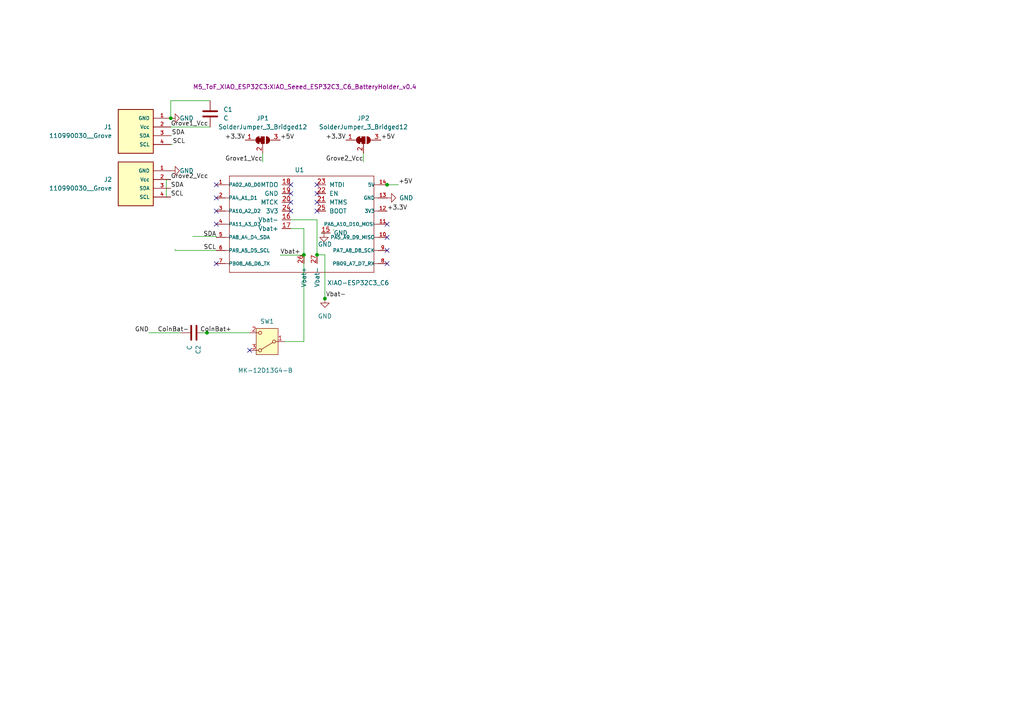
<source format=kicad_sch>
(kicad_sch (version 20231120) (generator "eeschema") (generator_version "8.0")
  (paper "A4")
  (title_block (title "XIAO-Coin") (date "2025-05-27") (rev "v0.4") (company "radio yawaraka"))
  (lib_symbols
    (symbol "110990030:110990030__Grove" (pin_names (offset 1.016))
      (property "Reference" "J" (at -5.08 5.842 0))
      (property "Value" "110990030__Grove" (at -5.08 -8.382 0))
      (symbol "110990030__Grove_0_0"
        (rectangle (start -5.08 -7.62) (end 5.08 5.08) (stroke (width 0.254)) (fill (type background)))
      )
      (symbol "110990030__Grove_1_0"
        (pin passive line (at -10.16 2.54 0) (length 5.08) (name "GND") (number "1"))
        (pin passive line (at -10.16 0 0) (length 5.08) (name "Vcc") (number "2"))
        (pin passive line (at -10.16 -2.54 0) (length 5.08) (name "SDA") (number "3"))
        (pin passive line (at -10.16 -5.08 0) (length 5.08) (name "SCL") (number "4"))
      )
    )
    (symbol "Device:C" (pin_numbers hide) (pin_names (offset 0.254))
      (property "Reference" "C" (at 0.635 2.54 0))
      (property "Value" "C" (at 0.635 -2.54 0))
      (symbol "C_0_1"
        (polyline (pts (xy -2.032 -0.762) (xy 2.032 -0.762)) (stroke (width 0.508)))
        (polyline (pts (xy -2.032 0.762) (xy 2.032 0.762)) (stroke (width 0.508)))
      )
      (symbol "C_1_1"
        (pin passive line (at 0 3.81 270) (length 2.794) (name "~") (number "1"))
        (pin passive line (at 0 -3.81 90) (length 2.794) (name "~") (number "2"))
      )
    )
    (symbol "Jumper:SolderJumper_3_Bridged12" (pin_names (offset 0) hide) (exclude_from_sim yes) (in_bom no)
      (property "Reference" "JP" (at -2.54 -2.54 0))
      (property "Value" "SolderJumper_3_Bridged12" (at 0 2.794 0))
      (symbol "SolderJumper_3_Bridged12_0_1"
        (rectangle (start -1.016 0.508) (end -0.508 -0.508) (fill (type outline)))
        (arc (start -1.016 1.016) (mid -2.0276 0) (end -1.016 -1.016))
        (arc (start -1.016 1.016) (mid -2.0276 0) (end -1.016 -1.016) (fill (type outline)))
        (rectangle (start -0.508 1.016) (end 0.508 -1.016) (fill (type outline)))
        (polyline (pts (xy -2.54 0) (xy -2.032 0)))
        (polyline (pts (xy -1.016 1.016) (xy -1.016 -1.016)))
        (polyline (pts (xy 0 -1.27) (xy 0 -1.016)))
        (polyline (pts (xy 1.016 1.016) (xy 1.016 -1.016)))
        (polyline (pts (xy 2.54 0) (xy 2.032 0)))
        (arc (start 1.016 -1.016) (mid 2.0276 0) (end 1.016 1.016))
        (arc (start 1.016 -1.016) (mid 2.0276 0) (end 1.016 1.016) (fill (type outline)))
      )
      (symbol "SolderJumper_3_Bridged12_1_1"
        (pin passive line (at -5.08 0 0) (length 2.54) (name "A") (number "1"))
        (pin passive line (at 0 -3.81 90) (length 2.54) (name "C") (number "2"))
        (pin passive line (at 5.08 0 180) (length 2.54) (name "B") (number "3"))
      )
    )
    (symbol "Switch:SW_Wuerth_450301014042" (pin_names (offset 1) hide)
      (property "Reference" "SW" (at 0 5.08 0))
      (property "Value" "SW_Wuerth_450301014042" (at 0 -5.08 0))
      (symbol "SW_Wuerth_450301014042_0_1"
        (circle (center -2.032 0) (radius 0.4572))
        (polyline (pts (xy -1.651 0.254) (xy 1.651 2.286)))
        (circle (center 2.032 -2.54) (radius 0.4572))
        (circle (center 2.032 2.54) (radius 0.4572))
      )
      (symbol "SW_Wuerth_450301014042_1_1"
        (rectangle (start -3.175 3.81) (end 3.175 -3.81) (fill (type background)))
        (pin passive line (at -5.08 0 0) (length 2.54) (name "B") (number "1"))
        (pin passive line (at 5.08 -2.54 180) (length 2.54) (name "C") (number "2"))
        (pin passive line (at 5.08 2.54 180) (length 2.54) (name "A") (number "3"))
      )
    )
    (symbol "moudle-seeeduino-xiao-esp32c3:XIAO-ESP32C3_C6" (pin_names (offset 1.016))
      (property "Reference" "U1" (at -1.27 15.748 0))
      (property "Value" "XIAO-ESP32C3_C6" (at 15.748 -17.018 0))
      (property "Footprint" "M5_ToF_XIAO_ESP32C3:XIAO_Seeed_ESP32C3_C6_BatteryHolder_v2.1" (at -2.54 34.798 0))
      (symbol "XIAO-ESP32C3_C6_0_0"
        (polyline (pts (xy -21.59 -13.97) (xy -21.59 0)) (stroke (width 0.1524)))
        (polyline (pts (xy -21.59 -11.43) (xy -22.86 -11.43)) (stroke (width 0.1524)))
        (polyline (pts (xy -21.59 -7.62) (xy -22.86 -7.62)) (stroke (width 0.1524)))
        (polyline (pts (xy -21.59 -3.81) (xy -22.86 -3.81)) (stroke (width 0.1524)))
        (polyline (pts (xy -21.59 0) (xy -22.86 0)) (stroke (width 0.1524)))
        (polyline (pts (xy -21.59 0) (xy -21.59 3.81)) (stroke (width 0.1524)))
        (polyline (pts (xy -21.59 3.81) (xy -22.86 3.81)) (stroke (width 0.1524)))
        (polyline (pts (xy -21.59 3.81) (xy -21.59 7.62)) (stroke (width 0.1524)))
        (polyline (pts (xy -21.59 7.62) (xy -22.86 7.62)) (stroke (width 0.1524)))
        (polyline (pts (xy -21.59 7.62) (xy -21.59 11.43)) (stroke (width 0.1524)))
        (polyline (pts (xy -21.59 11.43) (xy -22.86 11.43)) (stroke (width 0.1524)))
        (polyline (pts (xy -21.59 11.43) (xy -21.59 13.97)) (stroke (width 0.1524)))
        (polyline (pts (xy -21.59 13.97) (xy 20.32 13.97)) (stroke (width 0.1524)))
        (polyline (pts (xy 20.32 -13.97) (xy -21.59 -13.97)) (stroke (width 0.1524)))
        (polyline (pts (xy 20.32 3.81) (xy 20.32 -13.97)) (stroke (width 0.1524)))
        (polyline (pts (xy 20.32 7.62) (xy 20.32 3.81)) (stroke (width 0.1524)))
        (polyline (pts (xy 20.32 11.43) (xy 20.32 7.62)) (stroke (width 0.1524)))
        (polyline (pts (xy 20.32 13.97) (xy 20.32 11.43)) (stroke (width 0.1524)))
        (polyline (pts (xy 21.59 -11.43) (xy 20.32 -11.43)) (stroke (width 0.1524)))
        (polyline (pts (xy 21.59 -7.62) (xy 20.32 -7.62)) (stroke (width 0.1524)))
        (polyline (pts (xy 21.59 -3.81) (xy 20.32 -3.81)) (stroke (width 0.1524)))
        (polyline (pts (xy 21.59 0) (xy 20.32 0)) (stroke (width 0.1524)))
        (polyline (pts (xy 21.59 3.81) (xy 20.32 3.81)) (stroke (width 0.1524)))
        (polyline (pts (xy 21.59 7.62) (xy 20.32 7.62)) (stroke (width 0.1524)))
        (polyline (pts (xy 21.59 11.43) (xy 20.32 11.43)) (stroke (width 0.1524)))
        (pin bidirectional line (at -25.4 11.43 0) (length 2.54) (name "PA02_A0_D0") (number "1"))
        (pin bidirectional line (at 24.13 -3.81 180) (length 2.54) (name "PA5_A9_D9_MISO") (number "10"))
        (pin bidirectional line (at 24.13 0 180) (length 2.54) (name "PA6_A10_D10_MOSI") (number "11"))
        (pin bidirectional line (at 24.13 3.81 180) (length 2.54) (name "3V3") (number "12"))
        (pin bidirectional line (at 24.13 7.62 180) (length 2.54) (name "GND") (number "13"))
        (pin bidirectional line (at 24.13 11.43 180) (length 2.54) (name "5V") (number "14"))
        (pin bidirectional line (at -25.4 7.62 0) (length 2.54) (name "PA4_A1_D1") (number "2"))
        (pin bidirectional line (at -25.4 3.81 0) (length 2.54) (name "PA10_A2_D2") (number "3"))
        (pin bidirectional line (at -25.4 0 0) (length 2.54) (name "PA11_A3_D3") (number "4"))
        (pin bidirectional line (at -25.4 -3.81 0) (length 2.54) (name "PA8_A4_D4_SDA") (number "5"))
        (pin bidirectional line (at -25.4 -7.62 0) (length 2.54) (name "PA9_A5_D5_SCL") (number "6"))
        (pin bidirectional line (at -25.4 -11.43 0) (length 2.54) (name "PB08_A6_D6_TX") (number "7"))
        (pin bidirectional line (at 24.13 -11.43 180) (length 2.54) (name "PB09_A7_D7_RX") (number "8"))
        (pin bidirectional line (at 24.13 -7.62 180) (length 2.54) (name "PA7_A8_D8_SCK") (number "9"))
      )
      (symbol "XIAO-ESP32C3_C6_1_1"
        (pin passive line (at 5.08 -2.54 0) (length 2.54) (name "GND") (number "15"))
        (pin passive line (at -3.81 1.27 180) (length 2.54) (name "Vbat-") (number "16"))
        (pin bidirectional line (at -3.81 -1.27 180) (length 2.54) (name "Vbat+") (number "17"))
        (pin input line (at -3.81 11.43 180) (length 2.54) (name "MTDO") (number "18"))
        (pin passive line (at -3.81 8.89 180) (length 2.54) (name "GND") (number "19"))
        (pin input line (at -3.81 6.35 180) (length 2.54) (name "MTCK") (number "20"))
        (pin input line (at 3.81 6.35 0) (length 2.54) (name "MTMS") (number "21"))
        (pin input line (at 3.81 8.89 0) (length 2.54) (name "EN") (number "22"))
        (pin input line (at 3.81 11.43 0) (length 2.54) (name "MTDI") (number "23"))
        (pin input line (at -3.81 3.81 180) (length 2.54) (name "3V3") (number "24"))
        (pin input line (at 3.81 3.81 0) (length 2.54) (name "BOOT") (number "25"))
        (pin bidirectional line (at 0 -8.89 270) (length 2.54) (name "Vbat+") (number "26"))
        (pin bidirectional line (at 3.81 -8.89 270) (length 2.54) (name "Vbat-") (number "27"))
      )
    )
    (symbol "power:GND" (power) (pin_numbers hide) (pin_names (offset 0) hide)
      (property "Value" "GND" (at 0 -3.81 0))
      (symbol "GND_0_1"
        (polyline (pts (xy 0 0) (xy 0 -1.27) (xy 1.27 -1.27) (xy 0 -2.54) (xy -1.27 -1.27) (xy 0 -1.27)))
      )
      (symbol "GND_1_1"
        (pin power_in line (at 0 0 270) (length 0) (name "~") (number "1"))
      )
    )
  )
  (junction (at 94.234 86.614))
  (junction (at 91.948 73.914))
  (junction (at 112.268 53.594))
  (junction (at 88.138 73.914))
  (junction (at 49.53 34.29))
  (junction (at 60.0363 96.52))
  (no_connect (at 84.328 56.134))
  (no_connect (at 91.948 53.594))
  (no_connect (at 72.39 101.6))
  (no_connect (at 91.948 58.674))
  (no_connect (at 84.328 61.214))
  (no_connect (at 62.738 76.454))
  (no_connect (at 112.268 65.024))
  (no_connect (at 84.328 58.674))
  (no_connect (at 84.328 53.594))
  (no_connect (at 62.738 61.214))
  (no_connect (at 112.268 76.454))
  (no_connect (at 91.948 61.214))
  (no_connect (at 91.948 56.134))
  (no_connect (at 62.738 53.594))
  (no_connect (at 112.268 68.834))
  (no_connect (at 62.738 57.404))
  (no_connect (at 62.738 65.024))
  (no_connect (at 112.268 72.644))
  (wire (pts (xy 105.41 44.45) (xy 105.41 46.99)))
  (wire (pts (xy 88.138 66.294) (xy 84.328 66.294)))
  (wire (pts (xy 50.8 72.644) (xy 50.8 72.39)))
  (wire (pts (xy 49.53 36.83) (xy 60.96 36.83)))
  (wire (pts (xy 94.488 86.614) (xy 94.488 86.36)))
  (wire (pts (xy 84.328 63.754) (xy 91.948 63.754)))
  (wire (pts (xy 62.738 72.644) (xy 50.8 72.644)))
  (wire (pts (xy 94.234 86.614) (xy 94.488 86.614)))
  (wire (pts (xy 91.948 63.754) (xy 91.948 73.914)))
  (wire (pts (xy 50.038 41.91) (xy 49.53 41.91)))
  (wire (pts (xy 88.138 99.06) (xy 82.55 99.06)))
  (wire (pts (xy 49.53 29.21) (xy 49.53 34.29)))
  (wire (pts (xy 60.0363 96.52) (xy 72.39 96.52)))
  (wire (pts (xy 94.234 86.614) (xy 94.234 73.914)))
  (wire (pts (xy 48.26 57.15) (xy 48.514 57.15)))
  (wire (pts (xy 112.268 53.594) (xy 115.57 53.594)))
  (wire (pts (xy 49.784 39.37) (xy 49.53 39.37)))
  (wire (pts (xy 58.0737 96.52) (xy 60.0363 96.52)))
  (wire (pts (xy 88.138 73.914) (xy 88.138 99.06)))
  (wire (pts (xy 88.138 73.914) (xy 88.138 66.294)))
  (wire (pts (xy 96.774 66.802) (xy 96.774 66.548)))
  (wire (pts (xy 76.2 44.45) (xy 76.2 46.99)))
  (wire (pts (xy 55.88 68.58) (xy 62.738 68.58)))
  (wire (pts (xy 48.26 52.07) (xy 48.26 57.15)))
  (wire (pts (xy 93.98 67.564) (xy 93.218 67.564)))
  (wire (pts (xy 81.28 73.9971) (xy 88.138 73.9971)))
  (wire (pts (xy 112.014 53.594) (xy 112.268 53.594)))
  (wire (pts (xy 60.96 29.21) (xy 49.53 29.21)))
  (wire (pts (xy 48.26 52.07) (xy 49.53 52.07)))
  (wire (pts (xy 94.234 73.914) (xy 91.948 73.914)))
  (wire (pts (xy 43.18 96.52) (xy 52.4163 96.52)))
  (wire (pts (xy 62.738 68.58) (xy 62.738 68.834)))
  (label "SCL" (at 49.53 57.15 0))
  (label "+3.3V" (at 112.268 61.214 0))
  (label "GND" (at 43.18 96.52 180))
  (label "CoinBat-" (at 45.72 96.52 0))
  (label "+3.3V" (at 71.12 40.64 180))
  (label "Vbat+" (at 81.28 73.9971 0))
  (label "Grove1_Vcc" (at 76.2 46.99 180))
  (label "SDA" (at 62.738 68.834 180))
  (label "SDA" (at 49.53 54.61 0))
  (label "Vbat-" (at 94.488 86.36 0))
  (label "SDA" (at 49.784 39.37 0))
  (label "SCL" (at 50.038 41.91 0))
  (label "SCL" (at 62.738 72.644 180))
  (label "+5V" (at 115.57 53.594 0))
  (label "CoinBat+" (at 58.0737 96.52 0))
  (label "Grove2_Vcc" (at 49.53 52.07 0))
  (label "+3.3V" (at 100.33 40.64 180))
  (label "+5V" (at 110.49 40.64 0))
  (label "Grove2_Vcc" (at 105.41 46.99 180))
  (label "+5V" (at 81.28 40.64 0))
  (label "Grove1_Vcc" (at 49.53 36.83 0))
  (symbol (lib_id "110990030:110990030__Grove") (at 39.37 36.83 0) (mirror y) (unit 1)
    (property "Reference" "J1" (at 32.512 36.8299 0) (effects (justify left)))
    (property "Value" "110990030__Grove" (at 32.512 39.3699 0) (effects (justify left)))
    (property "Footprint" "M5_ToF_XIAO_ESP32C3:SEEED_110990030" (effects (hide yes)))
    (property "MF" "Seeed Technology" (effects (hide yes)))
    (property "MAXIMUM_PACKAGE_HEIGHT" "8.1mm" (effects (hide yes)))
    (property "Package" "None" (effects (hide yes)))
    (property "Price" "None" (effects (hide yes)))
    (property "Check_prices" "https://www.snapeda.com/parts/110990030/Seeed+Technology+Co.%252C+Ltd/view-part/?ref=eda" (effects (hide yes)))
    (property "STANDARD" "Manufacturer Recommendations" (effects (hide yes)))
    (property "PARTREV" "A" (effects (hide yes)))
    (property "SnapEDA_Link" "https://www.snapeda.com/parts/110990030/Seeed+Technology+Co.%252C+Ltd/view-part/?ref=snap" (effects (hide yes)))
    (property "MP" "110990030" (effects (hide yes)))
    (property "Purchase-URL" "https://www.snapeda.com/api/url_track_click_mouser/?unipart_id=583576&manufacturer=Seeed Technology&part_name=110990030&search_term=None" (effects (hide yes)))
    (property "Description_1" "\nGROVE 2MM 4PIN VERT CONN 10PCS\n" (effects (hide yes)))
    (property "Availability" "In Stock" (effects (hide yes)))
    (property "MANUFACTURER" "Seeed Technology" (effects (hide yes)))
  )
  (symbol (lib_id "power:GND") (at 112.268 57.404 90) (unit 1)
    (property "Reference" "#PWR02" (effects (hide yes)))
    (property "Value" "GND" (at 115.7651 57.4039 90) (effects (justify right)))
    (property "Description" "Power symbol creates a global label with name \"GND\" , ground" (effects (hide yes)))
  )
  (symbol (lib_id "power:GND") (at 49.53 49.53 90) (unit 1)
    (property "Reference" "#PWR03" (effects (hide yes)))
    (property "Value" "GND" (at 52.07 49.53 90) (effects (justify right)))
    (property "Description" "Power symbol creates a global label with name \"GND\" , ground" (effects (hide yes)))
  )
  (symbol (lib_id "Jumper:SolderJumper_3_Bridged12") (at 76.2 40.64 0) (unit 1) (exclude_from_sim yes) (in_bom no)
    (property "Reference" "JP1" (at 76.2 34.29 0))
    (property "Value" "SolderJumper_3_Bridged12" (at 76.2 36.83 0))
    (property "Footprint" "Jumper:SolderJumper-3_P1.3mm_Bridged12_RoundedPad1.0x1.5mm_NumberLabels" (effects (hide yes)))
    (property "Description" "3-pole Solder Jumper, pins 1+2 closed/bridged" (effects (hide yes)))
  )
  (symbol (lib_id "power:GND") (at 49.53 34.29 90) (unit 1)
    (property "Reference" "#PWR01" (effects (hide yes)))
    (property "Value" "GND" (at 52.07 34.29 90) (effects (justify right)))
    (property "Description" "Power symbol creates a global label with name \"GND\" , ground" (effects (hide yes)))
  )
  (symbol (lib_id "Jumper:SolderJumper_3_Bridged12") (at 105.41 40.64 0) (unit 1) (exclude_from_sim yes) (in_bom no)
    (property "Reference" "JP2" (at 105.41 34.29 0))
    (property "Value" "SolderJumper_3_Bridged12" (at 105.41 36.83 0))
    (property "Footprint" "Jumper:SolderJumper-3_P1.3mm_Bridged12_RoundedPad1.0x1.5mm_NumberLabels" (effects (hide yes)))
    (property "Description" "3-pole Solder Jumper, pins 1+2 closed/bridged" (effects (hide yes)))
  )
  (symbol (lib_id "Switch:SW_Wuerth_450301014042") (at 77.47 99.06 180) (unit 1)
    (property "Reference" "SW1" (at 77.47 93.218 0))
    (property "Value" "MK-12D13G4-B" (at 76.962 107.442 0))
    (property "Footprint" "Button_Switch_THT:SW_Slide-03_Wuerth-WS-SLTV_10x2.5x6.4_P2.54mm" (effects (hide yes)))
    (property "Datasheet" "https://www.we-online.com/components/products/datasheet/450301014042.pdf" (effects (hide yes)))
    (property "Description" "Switch slide, single pole double throw" (effects (hide yes)))
  )
  (symbol (lib_id "power:GND") (at 93.98 67.564 0) (unit 1)
    (property "Reference" "#PWR04" (effects (hide yes)))
    (property "Value" "GND" (at 94.234 70.866 0))
    (property "Description" "Power symbol creates a global label with name \"GND\" , ground" (effects (hide yes)))
  )
  (symbol (lib_id "power:GND") (at 94.234 86.614 0) (unit 1)
    (property "Reference" "#PWR06" (effects (hide yes)))
    (property "Value" "GND" (at 94.234 91.694 0))
    (property "Description" "Power symbol creates a global label with name \"GND\" , ground" (effects (hide yes)))
  )
  (symbol (lib_id "Device:C") (at 56.2263 96.52 270) (unit 1)
    (property "Reference" "C2" (at 57.4964 100.076 0) (effects (justify left)))
    (property "Value" "C" (at 54.9564 100.076 0) (effects (justify left)))
    (property "Footprint" "M5_ToF_XIAO_ESP32C3:2450_MYOUNG BS-24-B4AK014" (effects (hide yes)))
    (property "Description" "Unpolarized capacitor" (effects (hide yes)))
  )
  (symbol (lib_id "110990030:110990030__Grove") (at 39.37 52.07 0) (mirror y) (unit 1)
    (property "Reference" "J2" (at 32.512 52.0699 0) (effects (justify left)))
    (property "Value" "110990030__Grove" (at 32.512 54.6099 0) (effects (justify left)))
    (property "Footprint" "M5_ToF_XIAO_ESP32C3:SEEED_110990030" (effects (hide yes)))
    (property "MF" "Seeed Technology" (effects (hide yes)))
    (property "MAXIMUM_PACKAGE_HEIGHT" "8.1mm" (effects (hide yes)))
    (property "Package" "None" (effects (hide yes)))
    (property "Price" "None" (effects (hide yes)))
    (property "Check_prices" "https://www.snapeda.com/parts/110990030/Seeed+Technology+Co.%252C+Ltd/view-part/?ref=eda" (effects (hide yes)))
    (property "STANDARD" "Manufacturer Recommendations" (effects (hide yes)))
    (property "PARTREV" "A" (effects (hide yes)))
    (property "SnapEDA_Link" "https://www.snapeda.com/parts/110990030/Seeed+Technology+Co.%252C+Ltd/view-part/?ref=snap" (effects (hide yes)))
    (property "MP" "110990030" (effects (hide yes)))
    (property "Purchase-URL" "https://www.snapeda.com/api/url_track_click_mouser/?unipart_id=583576&manufacturer=Seeed Technology&part_name=110990030&search_term=None" (effects (hide yes)))
    (property "Description_1" "\nGROVE 2MM 4PIN VERT CONN 10PCS\n" (effects (hide yes)))
    (property "Availability" "In Stock" (effects (hide yes)))
    (property "MANUFACTURER" "Seeed Technology" (effects (hide yes)))
  )
  (symbol (lib_id "Device:C") (at 60.96 33.02 0) (unit 1)
    (property "Reference" "C1" (at 64.77 31.7499 0) (effects (justify left)))
    (property "Value" "C" (at 64.77 34.2899 0) (effects (justify left)))
    (property "Footprint" "Capacitor_THT:C_Radial_D6.3mm_H7.0mm_P2.50mm" (effects (hide yes)))
    (property "Description" "Unpolarized capacitor" (effects (hide yes)))
  )
  (symbol (lib_id "moudle-seeeduino-xiao-esp32c3:XIAO-ESP32C3_C6") (at 88.138 65.024 0) (unit 1)
    (property "Reference" "U1" (at 86.868 49.276 0))
    (property "Value" "XIAO-ESP32C3_C6" (at 103.886 82.042 0))
    (property "Footprint" "M5_ToF_XIAO_ESP32C3:XIAO_Seeed_ESP32C3_C6_BatteryHolder_v0.4" (at 88.392 25.908 0) (effects (justify bottom)))
  )
)
</source>
